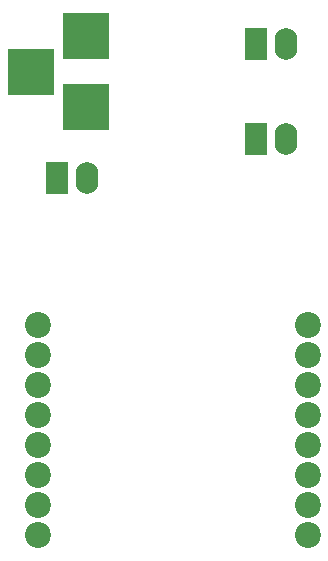
<source format=gbs>
G04 #@! TF.FileFunction,Soldermask,Bot*
%FSLAX46Y46*%
G04 Gerber Fmt 4.6, Leading zero omitted, Abs format (unit mm)*
G04 Created by KiCad (PCBNEW (2016-10-14 revision fc07716)-master) date Sat Nov 26 20:43:01 2016*
%MOMM*%
%LPD*%
G01*
G04 APERTURE LIST*
%ADD10C,0.100000*%
%ADD11C,2.200000*%
%ADD12R,3.900120X3.900120*%
%ADD13O,1.924000X2.686000*%
%ADD14R,1.924000X2.686000*%
G04 APERTURE END LIST*
D10*
D11*
X134300000Y-90350000D03*
X134300000Y-92890000D03*
X134300000Y-95430000D03*
X134300000Y-97970000D03*
X134300000Y-100510000D03*
X134300000Y-103050000D03*
X134300000Y-105590000D03*
X134300000Y-108130000D03*
X111440000Y-108130000D03*
X111440000Y-105590000D03*
X111440000Y-103050000D03*
X111440000Y-100510000D03*
X111440000Y-97970000D03*
X111440000Y-95430000D03*
X111440000Y-92890000D03*
X111440000Y-90350000D03*
D12*
X115550000Y-71949480D03*
X115550000Y-65950000D03*
X110851000Y-68949740D03*
D13*
X115620000Y-77950000D03*
D14*
X113080000Y-77950000D03*
X129880000Y-66550000D03*
D13*
X132420000Y-66550000D03*
X132420000Y-74600000D03*
D14*
X129880000Y-74600000D03*
M02*

</source>
